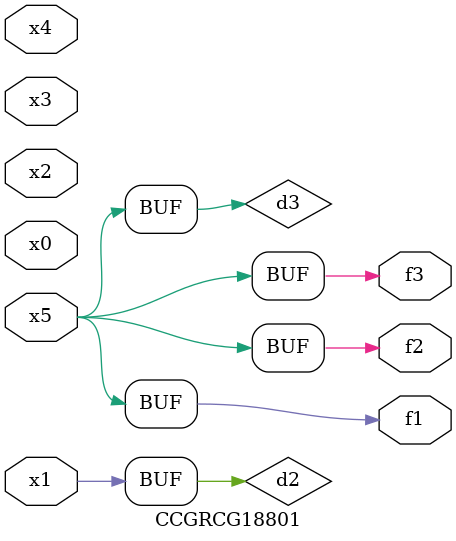
<source format=v>
module CCGRCG18801(
	input x0, x1, x2, x3, x4, x5,
	output f1, f2, f3
);

	wire d1, d2, d3;

	not (d1, x5);
	or (d2, x1);
	xnor (d3, d1);
	assign f1 = d3;
	assign f2 = d3;
	assign f3 = d3;
endmodule

</source>
